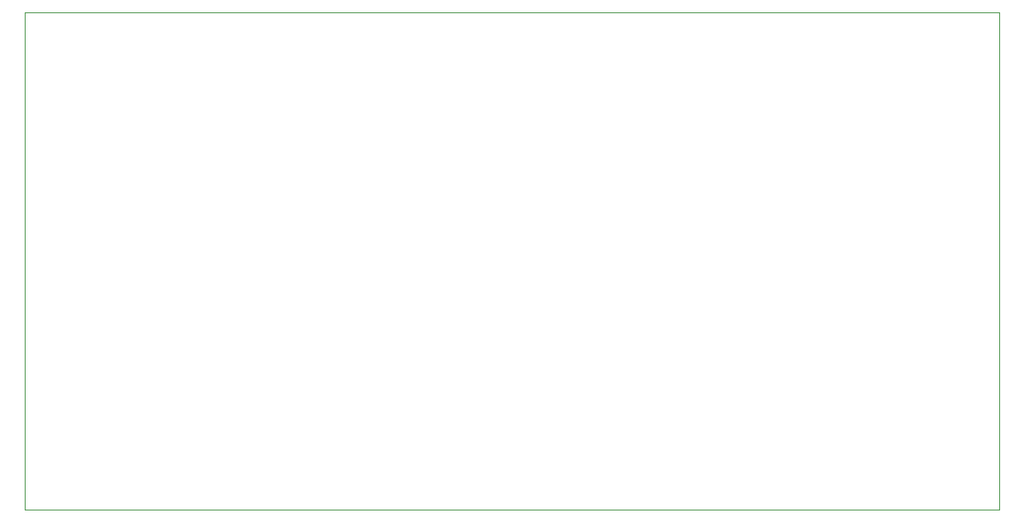
<source format=gbr>
%TF.GenerationSoftware,KiCad,Pcbnew,(5.1.6)-1*%
%TF.CreationDate,2020-07-02T12:36:14+02:00*%
%TF.ProjectId,mu_lna,6d755f6c-6e61-42e6-9b69-6361645f7063,rev?*%
%TF.SameCoordinates,Original*%
%TF.FileFunction,Profile,NP*%
%FSLAX46Y46*%
G04 Gerber Fmt 4.6, Leading zero omitted, Abs format (unit mm)*
G04 Created by KiCad (PCBNEW (5.1.6)-1) date 2020-07-02 12:36:14*
%MOMM*%
%LPD*%
G01*
G04 APERTURE LIST*
%TA.AperFunction,Profile*%
%ADD10C,0.050000*%
%TD*%
G04 APERTURE END LIST*
D10*
X195000000Y-125500000D02*
X195000000Y-74500000D01*
X195000000Y-125500000D02*
X95000000Y-125500000D01*
X95000000Y-74500000D02*
X95000000Y-125500000D01*
X95000000Y-74500000D02*
X195000000Y-74500000D01*
M02*

</source>
